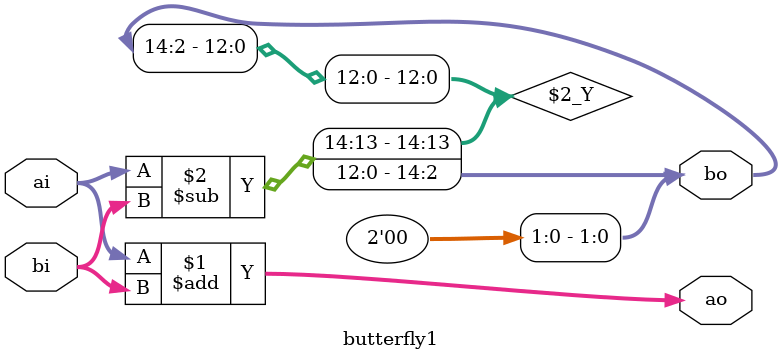
<source format=v>

module butterfly1(ai, 
				  bi, 
				  ao, 
				  bo
				  );
	//input
	input signed [14:0] ai;
	input signed [14:0] bi;	
	
	//output
	output signed [14:0] ao;
	output signed [14:0] bo;		
	
	
	assign ao = ai + bi;
	assign bo = ((ai-bi) << 2);
endmodule 
</source>
